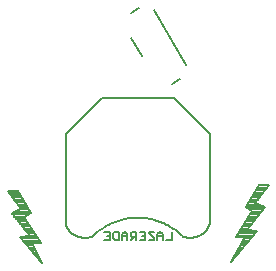
<source format=gbo>
G75*
%MOIN*%
%OFA0B0*%
%FSLAX25Y25*%
%IPPOS*%
%LPD*%
%AMOC8*
5,1,8,0,0,1.08239X$1,22.5*
%
%ADD10C,0.00500*%
%ADD11C,0.00800*%
D10*
X0074109Y0045308D02*
X0075911Y0045308D01*
X0075911Y0048010D01*
X0074109Y0048010D01*
X0075010Y0046659D02*
X0075911Y0046659D01*
X0077056Y0045758D02*
X0077506Y0045308D01*
X0078857Y0045308D01*
X0078857Y0048010D01*
X0077506Y0048010D01*
X0077056Y0047560D01*
X0077056Y0045758D01*
X0080002Y0045308D02*
X0080002Y0047110D01*
X0080903Y0048010D01*
X0081804Y0047110D01*
X0081804Y0045308D01*
X0082949Y0045308D02*
X0083849Y0046209D01*
X0083399Y0046209D02*
X0084750Y0046209D01*
X0084750Y0045308D02*
X0084750Y0048010D01*
X0083399Y0048010D01*
X0082949Y0047560D01*
X0082949Y0046659D01*
X0083399Y0046209D01*
X0081804Y0046659D02*
X0080002Y0046659D01*
X0085895Y0045308D02*
X0087697Y0045308D01*
X0087697Y0048010D01*
X0085895Y0048010D01*
X0086796Y0046659D02*
X0087697Y0046659D01*
X0088842Y0047560D02*
X0090643Y0045758D01*
X0090643Y0045308D01*
X0088842Y0045308D01*
X0088842Y0047560D02*
X0088842Y0048010D01*
X0090643Y0048010D01*
X0091788Y0047110D02*
X0091788Y0045308D01*
X0091788Y0046659D02*
X0093590Y0046659D01*
X0093590Y0047110D02*
X0092689Y0048010D01*
X0091788Y0047110D01*
X0093590Y0047110D02*
X0093590Y0045308D01*
X0094735Y0045308D02*
X0096536Y0045308D01*
X0096536Y0048010D01*
D11*
X0050722Y0042620D02*
X0048966Y0042620D01*
X0049650Y0041821D02*
X0051136Y0041821D01*
X0051550Y0041023D02*
X0050334Y0041023D01*
X0051019Y0040224D02*
X0051964Y0040224D01*
X0051703Y0039426D02*
X0052378Y0039426D01*
X0052388Y0038627D02*
X0052792Y0038627D01*
X0053072Y0037829D02*
X0053206Y0037829D01*
X0053411Y0037433D02*
X0049911Y0044183D01*
X0052911Y0044183D01*
X0047411Y0052933D01*
X0049661Y0054183D01*
X0045161Y0061433D01*
X0041911Y0061433D01*
X0046411Y0055433D01*
X0043161Y0054183D01*
X0049161Y0046683D01*
X0045911Y0046183D01*
X0053411Y0037433D01*
X0050308Y0043418D02*
X0048281Y0043418D01*
X0047597Y0044217D02*
X0052890Y0044217D01*
X0052388Y0045015D02*
X0046912Y0045015D01*
X0046228Y0045814D02*
X0051886Y0045814D01*
X0051384Y0046612D02*
X0048701Y0046612D01*
X0048579Y0047411D02*
X0050882Y0047411D01*
X0050381Y0048209D02*
X0047940Y0048209D01*
X0047301Y0049008D02*
X0049879Y0049008D01*
X0049377Y0049806D02*
X0046663Y0049806D01*
X0046024Y0050605D02*
X0048875Y0050605D01*
X0048373Y0051403D02*
X0045385Y0051403D01*
X0044746Y0052202D02*
X0047871Y0052202D01*
X0047532Y0053000D02*
X0044107Y0053000D01*
X0043469Y0053799D02*
X0048970Y0053799D01*
X0049404Y0054597D02*
X0044238Y0054597D01*
X0046314Y0055396D02*
X0048908Y0055396D01*
X0048413Y0056194D02*
X0045840Y0056194D01*
X0045241Y0056993D02*
X0047917Y0056993D01*
X0047422Y0057791D02*
X0044643Y0057791D01*
X0044044Y0058590D02*
X0046926Y0058590D01*
X0046430Y0059388D02*
X0043445Y0059388D01*
X0042846Y0060187D02*
X0045935Y0060187D01*
X0045439Y0060985D02*
X0042247Y0060985D01*
X0061161Y0050433D02*
X0061161Y0080433D01*
X0073161Y0092433D01*
X0097161Y0092433D01*
X0109161Y0080433D01*
X0109161Y0050433D01*
X0109099Y0050277D01*
X0109032Y0050122D01*
X0108963Y0049969D01*
X0108889Y0049817D01*
X0108812Y0049668D01*
X0108731Y0049520D01*
X0108647Y0049374D01*
X0108559Y0049231D01*
X0108468Y0049089D01*
X0108374Y0048950D01*
X0108276Y0048813D01*
X0108175Y0048679D01*
X0108070Y0048547D01*
X0107963Y0048417D01*
X0107852Y0048291D01*
X0107738Y0048167D01*
X0107622Y0048045D01*
X0107502Y0047927D01*
X0107380Y0047811D01*
X0107255Y0047699D01*
X0107127Y0047589D01*
X0106996Y0047483D01*
X0106863Y0047380D01*
X0106728Y0047280D01*
X0106590Y0047183D01*
X0106450Y0047090D01*
X0106308Y0047000D01*
X0106163Y0046914D01*
X0106017Y0046831D01*
X0105868Y0046752D01*
X0105718Y0046676D01*
X0105566Y0046604D01*
X0105412Y0046536D01*
X0105257Y0046471D01*
X0105100Y0046410D01*
X0104942Y0046353D01*
X0104782Y0046300D01*
X0104621Y0046251D01*
X0104459Y0046205D01*
X0104296Y0046164D01*
X0104132Y0046126D01*
X0103967Y0046093D01*
X0103801Y0046063D01*
X0103635Y0046037D01*
X0103468Y0046016D01*
X0103301Y0045998D01*
X0103133Y0045985D01*
X0102965Y0045976D01*
X0102797Y0045970D01*
X0102628Y0045969D01*
X0102460Y0045972D01*
X0102292Y0045979D01*
X0102124Y0045990D01*
X0101956Y0046005D01*
X0101789Y0046024D01*
X0101623Y0046047D01*
X0101456Y0046074D01*
X0101291Y0046105D01*
X0101126Y0046140D01*
X0100963Y0046179D01*
X0100800Y0046222D01*
X0100638Y0046269D01*
X0100478Y0046320D01*
X0100319Y0046375D01*
X0100161Y0046433D01*
X0116411Y0037933D02*
X0120911Y0046183D01*
X0117911Y0046183D01*
X0123411Y0054933D01*
X0121161Y0056183D01*
X0125661Y0063433D01*
X0128911Y0063433D01*
X0124411Y0057433D01*
X0127661Y0056183D01*
X0121661Y0048683D01*
X0124911Y0048183D01*
X0116411Y0037933D01*
X0116790Y0038627D02*
X0116987Y0038627D01*
X0117225Y0039426D02*
X0117649Y0039426D01*
X0117661Y0040224D02*
X0118311Y0040224D01*
X0118096Y0041023D02*
X0118973Y0041023D01*
X0118532Y0041821D02*
X0119636Y0041821D01*
X0120298Y0042620D02*
X0118968Y0042620D01*
X0119403Y0043418D02*
X0120960Y0043418D01*
X0121622Y0044217D02*
X0119839Y0044217D01*
X0120274Y0045015D02*
X0122284Y0045015D01*
X0122946Y0045814D02*
X0120710Y0045814D01*
X0118683Y0047411D02*
X0124271Y0047411D01*
X0124741Y0048209D02*
X0119185Y0048209D01*
X0119687Y0049008D02*
X0121921Y0049008D01*
X0122560Y0049806D02*
X0120189Y0049806D01*
X0120691Y0050605D02*
X0123199Y0050605D01*
X0123837Y0051403D02*
X0121193Y0051403D01*
X0121694Y0052202D02*
X0124476Y0052202D01*
X0125115Y0053000D02*
X0122196Y0053000D01*
X0122698Y0053799D02*
X0125754Y0053799D01*
X0126393Y0054597D02*
X0123200Y0054597D01*
X0122578Y0055396D02*
X0127031Y0055396D01*
X0127632Y0056194D02*
X0121168Y0056194D01*
X0121664Y0056993D02*
X0125556Y0056993D01*
X0124680Y0057791D02*
X0122160Y0057791D01*
X0122655Y0058590D02*
X0125279Y0058590D01*
X0125878Y0059388D02*
X0123151Y0059388D01*
X0123646Y0060187D02*
X0126477Y0060187D01*
X0127076Y0060985D02*
X0124142Y0060985D01*
X0124638Y0061784D02*
X0127674Y0061784D01*
X0128273Y0062582D02*
X0125133Y0062582D01*
X0125629Y0063381D02*
X0128872Y0063381D01*
X0123609Y0046612D02*
X0118181Y0046612D01*
X0100161Y0046433D02*
X0099794Y0046791D01*
X0099419Y0047140D01*
X0099035Y0047480D01*
X0098643Y0047811D01*
X0098243Y0048132D01*
X0097836Y0048443D01*
X0097421Y0048744D01*
X0097000Y0049035D01*
X0096571Y0049316D01*
X0096135Y0049587D01*
X0095693Y0049847D01*
X0095245Y0050096D01*
X0094792Y0050334D01*
X0094332Y0050561D01*
X0093867Y0050777D01*
X0093397Y0050982D01*
X0092922Y0051175D01*
X0092443Y0051357D01*
X0091959Y0051527D01*
X0091472Y0051685D01*
X0090981Y0051832D01*
X0090486Y0051967D01*
X0089988Y0052089D01*
X0089488Y0052200D01*
X0088985Y0052299D01*
X0088479Y0052385D01*
X0087972Y0052459D01*
X0087463Y0052521D01*
X0086953Y0052570D01*
X0086442Y0052607D01*
X0085930Y0052632D01*
X0085417Y0052644D01*
X0084905Y0052644D01*
X0084392Y0052632D01*
X0083880Y0052607D01*
X0083369Y0052570D01*
X0082859Y0052521D01*
X0082350Y0052459D01*
X0081843Y0052385D01*
X0081337Y0052299D01*
X0080834Y0052200D01*
X0080334Y0052089D01*
X0079836Y0051967D01*
X0079341Y0051832D01*
X0078850Y0051685D01*
X0078363Y0051527D01*
X0077879Y0051357D01*
X0077400Y0051175D01*
X0076925Y0050982D01*
X0076455Y0050777D01*
X0075990Y0050561D01*
X0075530Y0050334D01*
X0075077Y0050096D01*
X0074629Y0049847D01*
X0074187Y0049587D01*
X0073751Y0049316D01*
X0073322Y0049035D01*
X0072901Y0048744D01*
X0072486Y0048443D01*
X0072079Y0048132D01*
X0071679Y0047811D01*
X0071287Y0047480D01*
X0070903Y0047140D01*
X0070528Y0046791D01*
X0070161Y0046433D01*
X0070003Y0046375D01*
X0069844Y0046320D01*
X0069684Y0046269D01*
X0069522Y0046222D01*
X0069359Y0046179D01*
X0069196Y0046140D01*
X0069031Y0046105D01*
X0068866Y0046074D01*
X0068699Y0046047D01*
X0068533Y0046024D01*
X0068366Y0046005D01*
X0068198Y0045990D01*
X0068030Y0045979D01*
X0067862Y0045972D01*
X0067694Y0045969D01*
X0067525Y0045970D01*
X0067357Y0045976D01*
X0067189Y0045985D01*
X0067021Y0045998D01*
X0066854Y0046016D01*
X0066687Y0046037D01*
X0066521Y0046063D01*
X0066355Y0046093D01*
X0066190Y0046126D01*
X0066026Y0046164D01*
X0065863Y0046205D01*
X0065701Y0046251D01*
X0065540Y0046300D01*
X0065380Y0046353D01*
X0065222Y0046410D01*
X0065065Y0046471D01*
X0064910Y0046536D01*
X0064756Y0046604D01*
X0064604Y0046676D01*
X0064454Y0046752D01*
X0064305Y0046831D01*
X0064159Y0046914D01*
X0064014Y0047000D01*
X0063872Y0047090D01*
X0063732Y0047183D01*
X0063594Y0047280D01*
X0063459Y0047380D01*
X0063326Y0047483D01*
X0063195Y0047589D01*
X0063067Y0047699D01*
X0062942Y0047811D01*
X0062820Y0047927D01*
X0062700Y0048045D01*
X0062584Y0048167D01*
X0062470Y0048291D01*
X0062359Y0048417D01*
X0062252Y0048547D01*
X0062147Y0048679D01*
X0062046Y0048813D01*
X0061948Y0048950D01*
X0061854Y0049089D01*
X0061763Y0049231D01*
X0061675Y0049374D01*
X0061591Y0049520D01*
X0061510Y0049668D01*
X0061433Y0049817D01*
X0061359Y0049969D01*
X0061290Y0050122D01*
X0061223Y0050277D01*
X0061161Y0050433D01*
X0096550Y0097238D02*
X0099462Y0098919D01*
X0101342Y0103536D02*
X0090712Y0121948D01*
X0085773Y0122629D02*
X0082861Y0120948D01*
X0083093Y0112671D02*
X0086546Y0106691D01*
M02*

</source>
